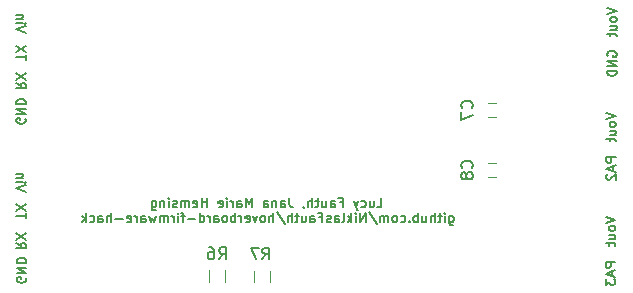
<source format=gbr>
G04 #@! TF.GenerationSoftware,KiCad,Pcbnew,6.0.0-d3dd2cf0fa~116~ubuntu20.04.1*
G04 #@! TF.CreationDate,2022-01-19T00:46:34+01:00*
G04 #@! TF.ProjectId,bobbycar,626f6262-7963-4617-922e-6b696361645f,rev?*
G04 #@! TF.SameCoordinates,Original*
G04 #@! TF.FileFunction,Legend,Bot*
G04 #@! TF.FilePolarity,Positive*
%FSLAX46Y46*%
G04 Gerber Fmt 4.6, Leading zero omitted, Abs format (unit mm)*
G04 Created by KiCad (PCBNEW 6.0.0-d3dd2cf0fa~116~ubuntu20.04.1) date 2022-01-19 00:46:34*
%MOMM*%
%LPD*%
G01*
G04 APERTURE LIST*
%ADD10C,0.150000*%
%ADD11C,0.200000*%
%ADD12C,0.120000*%
G04 APERTURE END LIST*
D10*
X137907380Y-104857571D02*
X137907380Y-105505190D01*
X137945476Y-105581380D01*
X137983571Y-105619476D01*
X138059761Y-105657571D01*
X138174047Y-105657571D01*
X138250238Y-105619476D01*
X137907380Y-105352809D02*
X137983571Y-105390904D01*
X138135952Y-105390904D01*
X138212142Y-105352809D01*
X138250238Y-105314714D01*
X138288333Y-105238523D01*
X138288333Y-105009952D01*
X138250238Y-104933761D01*
X138212142Y-104895666D01*
X138135952Y-104857571D01*
X137983571Y-104857571D01*
X137907380Y-104895666D01*
X137526428Y-105390904D02*
X137526428Y-104857571D01*
X137526428Y-104590904D02*
X137564523Y-104629000D01*
X137526428Y-104667095D01*
X137488333Y-104629000D01*
X137526428Y-104590904D01*
X137526428Y-104667095D01*
X137259761Y-104857571D02*
X136955000Y-104857571D01*
X137145476Y-104590904D02*
X137145476Y-105276619D01*
X137107380Y-105352809D01*
X137031190Y-105390904D01*
X136955000Y-105390904D01*
X136688333Y-105390904D02*
X136688333Y-104590904D01*
X136345476Y-105390904D02*
X136345476Y-104971857D01*
X136383571Y-104895666D01*
X136459761Y-104857571D01*
X136574047Y-104857571D01*
X136650238Y-104895666D01*
X136688333Y-104933761D01*
X135621666Y-104857571D02*
X135621666Y-105390904D01*
X135964523Y-104857571D02*
X135964523Y-105276619D01*
X135926428Y-105352809D01*
X135850238Y-105390904D01*
X135735952Y-105390904D01*
X135659761Y-105352809D01*
X135621666Y-105314714D01*
X135240714Y-105390904D02*
X135240714Y-104590904D01*
X135240714Y-104895666D02*
X135164523Y-104857571D01*
X135012142Y-104857571D01*
X134935952Y-104895666D01*
X134897857Y-104933761D01*
X134859761Y-105009952D01*
X134859761Y-105238523D01*
X134897857Y-105314714D01*
X134935952Y-105352809D01*
X135012142Y-105390904D01*
X135164523Y-105390904D01*
X135240714Y-105352809D01*
X134516904Y-105314714D02*
X134478809Y-105352809D01*
X134516904Y-105390904D01*
X134555000Y-105352809D01*
X134516904Y-105314714D01*
X134516904Y-105390904D01*
X133793095Y-105352809D02*
X133869285Y-105390904D01*
X134021666Y-105390904D01*
X134097857Y-105352809D01*
X134135952Y-105314714D01*
X134174047Y-105238523D01*
X134174047Y-105009952D01*
X134135952Y-104933761D01*
X134097857Y-104895666D01*
X134021666Y-104857571D01*
X133869285Y-104857571D01*
X133793095Y-104895666D01*
X133335952Y-105390904D02*
X133412142Y-105352809D01*
X133450238Y-105314714D01*
X133488333Y-105238523D01*
X133488333Y-105009952D01*
X133450238Y-104933761D01*
X133412142Y-104895666D01*
X133335952Y-104857571D01*
X133221666Y-104857571D01*
X133145476Y-104895666D01*
X133107380Y-104933761D01*
X133069285Y-105009952D01*
X133069285Y-105238523D01*
X133107380Y-105314714D01*
X133145476Y-105352809D01*
X133221666Y-105390904D01*
X133335952Y-105390904D01*
X132726428Y-105390904D02*
X132726428Y-104857571D01*
X132726428Y-104933761D02*
X132688333Y-104895666D01*
X132612142Y-104857571D01*
X132497857Y-104857571D01*
X132421666Y-104895666D01*
X132383571Y-104971857D01*
X132383571Y-105390904D01*
X132383571Y-104971857D02*
X132345476Y-104895666D01*
X132269285Y-104857571D01*
X132155000Y-104857571D01*
X132078809Y-104895666D01*
X132040714Y-104971857D01*
X132040714Y-105390904D01*
X131088333Y-104552809D02*
X131774047Y-105581380D01*
X130821666Y-105390904D02*
X130821666Y-104590904D01*
X130364523Y-105390904D01*
X130364523Y-104590904D01*
X129983571Y-105390904D02*
X129983571Y-104857571D01*
X129983571Y-104590904D02*
X130021666Y-104629000D01*
X129983571Y-104667095D01*
X129945476Y-104629000D01*
X129983571Y-104590904D01*
X129983571Y-104667095D01*
X129602619Y-105390904D02*
X129602619Y-104590904D01*
X129526428Y-105086142D02*
X129297857Y-105390904D01*
X129297857Y-104857571D02*
X129602619Y-105162333D01*
X128840714Y-105390904D02*
X128916904Y-105352809D01*
X128955000Y-105276619D01*
X128955000Y-104590904D01*
X128193095Y-105390904D02*
X128193095Y-104971857D01*
X128231190Y-104895666D01*
X128307380Y-104857571D01*
X128459761Y-104857571D01*
X128535952Y-104895666D01*
X128193095Y-105352809D02*
X128269285Y-105390904D01*
X128459761Y-105390904D01*
X128535952Y-105352809D01*
X128574047Y-105276619D01*
X128574047Y-105200428D01*
X128535952Y-105124238D01*
X128459761Y-105086142D01*
X128269285Y-105086142D01*
X128193095Y-105048047D01*
X127850238Y-105352809D02*
X127774047Y-105390904D01*
X127621666Y-105390904D01*
X127545476Y-105352809D01*
X127507380Y-105276619D01*
X127507380Y-105238523D01*
X127545476Y-105162333D01*
X127621666Y-105124238D01*
X127735952Y-105124238D01*
X127812142Y-105086142D01*
X127850238Y-105009952D01*
X127850238Y-104971857D01*
X127812142Y-104895666D01*
X127735952Y-104857571D01*
X127621666Y-104857571D01*
X127545476Y-104895666D01*
X126897857Y-104971857D02*
X127164523Y-104971857D01*
X127164523Y-105390904D02*
X127164523Y-104590904D01*
X126783571Y-104590904D01*
X126135952Y-105390904D02*
X126135952Y-104971857D01*
X126174047Y-104895666D01*
X126250238Y-104857571D01*
X126402619Y-104857571D01*
X126478809Y-104895666D01*
X126135952Y-105352809D02*
X126212142Y-105390904D01*
X126402619Y-105390904D01*
X126478809Y-105352809D01*
X126516904Y-105276619D01*
X126516904Y-105200428D01*
X126478809Y-105124238D01*
X126402619Y-105086142D01*
X126212142Y-105086142D01*
X126135952Y-105048047D01*
X125412142Y-104857571D02*
X125412142Y-105390904D01*
X125755000Y-104857571D02*
X125755000Y-105276619D01*
X125716904Y-105352809D01*
X125640714Y-105390904D01*
X125526428Y-105390904D01*
X125450238Y-105352809D01*
X125412142Y-105314714D01*
X125145476Y-104857571D02*
X124840714Y-104857571D01*
X125031190Y-104590904D02*
X125031190Y-105276619D01*
X124993095Y-105352809D01*
X124916904Y-105390904D01*
X124840714Y-105390904D01*
X124574047Y-105390904D02*
X124574047Y-104590904D01*
X124231190Y-105390904D02*
X124231190Y-104971857D01*
X124269285Y-104895666D01*
X124345476Y-104857571D01*
X124459761Y-104857571D01*
X124535952Y-104895666D01*
X124574047Y-104933761D01*
X123278809Y-104552809D02*
X123964523Y-105581380D01*
X123012142Y-105390904D02*
X123012142Y-104590904D01*
X122669285Y-105390904D02*
X122669285Y-104971857D01*
X122707380Y-104895666D01*
X122783571Y-104857571D01*
X122897857Y-104857571D01*
X122974047Y-104895666D01*
X123012142Y-104933761D01*
X122174047Y-105390904D02*
X122250238Y-105352809D01*
X122288333Y-105314714D01*
X122326428Y-105238523D01*
X122326428Y-105009952D01*
X122288333Y-104933761D01*
X122250238Y-104895666D01*
X122174047Y-104857571D01*
X122059761Y-104857571D01*
X121983571Y-104895666D01*
X121945476Y-104933761D01*
X121907380Y-105009952D01*
X121907380Y-105238523D01*
X121945476Y-105314714D01*
X121983571Y-105352809D01*
X122059761Y-105390904D01*
X122174047Y-105390904D01*
X121640714Y-104857571D02*
X121450238Y-105390904D01*
X121259761Y-104857571D01*
X120650238Y-105352809D02*
X120726428Y-105390904D01*
X120878809Y-105390904D01*
X120955000Y-105352809D01*
X120993095Y-105276619D01*
X120993095Y-104971857D01*
X120955000Y-104895666D01*
X120878809Y-104857571D01*
X120726428Y-104857571D01*
X120650238Y-104895666D01*
X120612142Y-104971857D01*
X120612142Y-105048047D01*
X120993095Y-105124238D01*
X120269285Y-105390904D02*
X120269285Y-104857571D01*
X120269285Y-105009952D02*
X120231190Y-104933761D01*
X120193095Y-104895666D01*
X120116904Y-104857571D01*
X120040714Y-104857571D01*
X119774047Y-105390904D02*
X119774047Y-104590904D01*
X119774047Y-104895666D02*
X119697857Y-104857571D01*
X119545476Y-104857571D01*
X119469285Y-104895666D01*
X119431190Y-104933761D01*
X119393095Y-105009952D01*
X119393095Y-105238523D01*
X119431190Y-105314714D01*
X119469285Y-105352809D01*
X119545476Y-105390904D01*
X119697857Y-105390904D01*
X119774047Y-105352809D01*
X118935952Y-105390904D02*
X119012142Y-105352809D01*
X119050238Y-105314714D01*
X119088333Y-105238523D01*
X119088333Y-105009952D01*
X119050238Y-104933761D01*
X119012142Y-104895666D01*
X118935952Y-104857571D01*
X118821666Y-104857571D01*
X118745476Y-104895666D01*
X118707380Y-104933761D01*
X118669285Y-105009952D01*
X118669285Y-105238523D01*
X118707380Y-105314714D01*
X118745476Y-105352809D01*
X118821666Y-105390904D01*
X118935952Y-105390904D01*
X117983571Y-105390904D02*
X117983571Y-104971857D01*
X118021666Y-104895666D01*
X118097857Y-104857571D01*
X118250238Y-104857571D01*
X118326428Y-104895666D01*
X117983571Y-105352809D02*
X118059761Y-105390904D01*
X118250238Y-105390904D01*
X118326428Y-105352809D01*
X118364523Y-105276619D01*
X118364523Y-105200428D01*
X118326428Y-105124238D01*
X118250238Y-105086142D01*
X118059761Y-105086142D01*
X117983571Y-105048047D01*
X117602619Y-105390904D02*
X117602619Y-104857571D01*
X117602619Y-105009952D02*
X117564523Y-104933761D01*
X117526428Y-104895666D01*
X117450238Y-104857571D01*
X117374047Y-104857571D01*
X116764523Y-105390904D02*
X116764523Y-104590904D01*
X116764523Y-105352809D02*
X116840714Y-105390904D01*
X116993095Y-105390904D01*
X117069285Y-105352809D01*
X117107380Y-105314714D01*
X117145476Y-105238523D01*
X117145476Y-105009952D01*
X117107380Y-104933761D01*
X117069285Y-104895666D01*
X116993095Y-104857571D01*
X116840714Y-104857571D01*
X116764523Y-104895666D01*
X116383571Y-105086142D02*
X115774047Y-105086142D01*
X115507380Y-104857571D02*
X115202619Y-104857571D01*
X115393095Y-105390904D02*
X115393095Y-104705190D01*
X115355000Y-104629000D01*
X115278809Y-104590904D01*
X115202619Y-104590904D01*
X114935952Y-105390904D02*
X114935952Y-104857571D01*
X114935952Y-104590904D02*
X114974047Y-104629000D01*
X114935952Y-104667095D01*
X114897857Y-104629000D01*
X114935952Y-104590904D01*
X114935952Y-104667095D01*
X114555000Y-105390904D02*
X114555000Y-104857571D01*
X114555000Y-105009952D02*
X114516904Y-104933761D01*
X114478809Y-104895666D01*
X114402619Y-104857571D01*
X114326428Y-104857571D01*
X114059761Y-105390904D02*
X114059761Y-104857571D01*
X114059761Y-104933761D02*
X114021666Y-104895666D01*
X113945476Y-104857571D01*
X113831190Y-104857571D01*
X113755000Y-104895666D01*
X113716904Y-104971857D01*
X113716904Y-105390904D01*
X113716904Y-104971857D02*
X113678809Y-104895666D01*
X113602619Y-104857571D01*
X113488333Y-104857571D01*
X113412142Y-104895666D01*
X113374047Y-104971857D01*
X113374047Y-105390904D01*
X113069285Y-104857571D02*
X112916904Y-105390904D01*
X112764523Y-105009952D01*
X112612142Y-105390904D01*
X112459761Y-104857571D01*
X111812142Y-105390904D02*
X111812142Y-104971857D01*
X111850238Y-104895666D01*
X111926428Y-104857571D01*
X112078809Y-104857571D01*
X112155000Y-104895666D01*
X111812142Y-105352809D02*
X111888333Y-105390904D01*
X112078809Y-105390904D01*
X112155000Y-105352809D01*
X112193095Y-105276619D01*
X112193095Y-105200428D01*
X112155000Y-105124238D01*
X112078809Y-105086142D01*
X111888333Y-105086142D01*
X111812142Y-105048047D01*
X111431190Y-105390904D02*
X111431190Y-104857571D01*
X111431190Y-105009952D02*
X111393095Y-104933761D01*
X111355000Y-104895666D01*
X111278809Y-104857571D01*
X111202619Y-104857571D01*
X110631190Y-105352809D02*
X110707380Y-105390904D01*
X110859761Y-105390904D01*
X110935952Y-105352809D01*
X110974047Y-105276619D01*
X110974047Y-104971857D01*
X110935952Y-104895666D01*
X110859761Y-104857571D01*
X110707380Y-104857571D01*
X110631190Y-104895666D01*
X110593095Y-104971857D01*
X110593095Y-105048047D01*
X110974047Y-105124238D01*
X110250238Y-105086142D02*
X109640714Y-105086142D01*
X109259761Y-105390904D02*
X109259761Y-104590904D01*
X108916904Y-105390904D02*
X108916904Y-104971857D01*
X108955000Y-104895666D01*
X109031190Y-104857571D01*
X109145476Y-104857571D01*
X109221666Y-104895666D01*
X109259761Y-104933761D01*
X108193095Y-105390904D02*
X108193095Y-104971857D01*
X108231190Y-104895666D01*
X108307380Y-104857571D01*
X108459761Y-104857571D01*
X108535952Y-104895666D01*
X108193095Y-105352809D02*
X108269285Y-105390904D01*
X108459761Y-105390904D01*
X108535952Y-105352809D01*
X108574047Y-105276619D01*
X108574047Y-105200428D01*
X108535952Y-105124238D01*
X108459761Y-105086142D01*
X108269285Y-105086142D01*
X108193095Y-105048047D01*
X107469285Y-105352809D02*
X107545476Y-105390904D01*
X107697857Y-105390904D01*
X107774047Y-105352809D01*
X107812142Y-105314714D01*
X107850238Y-105238523D01*
X107850238Y-105009952D01*
X107812142Y-104933761D01*
X107774047Y-104895666D01*
X107697857Y-104857571D01*
X107545476Y-104857571D01*
X107469285Y-104895666D01*
X107126428Y-105390904D02*
X107126428Y-104590904D01*
X107050238Y-105086142D02*
X106821666Y-105390904D01*
X106821666Y-104857571D02*
X107126428Y-105162333D01*
X131780380Y-104120904D02*
X132161333Y-104120904D01*
X132161333Y-103320904D01*
X131170857Y-103587571D02*
X131170857Y-104120904D01*
X131513714Y-103587571D02*
X131513714Y-104006619D01*
X131475619Y-104082809D01*
X131399428Y-104120904D01*
X131285142Y-104120904D01*
X131208952Y-104082809D01*
X131170857Y-104044714D01*
X130447047Y-104082809D02*
X130523238Y-104120904D01*
X130675619Y-104120904D01*
X130751809Y-104082809D01*
X130789904Y-104044714D01*
X130828000Y-103968523D01*
X130828000Y-103739952D01*
X130789904Y-103663761D01*
X130751809Y-103625666D01*
X130675619Y-103587571D01*
X130523238Y-103587571D01*
X130447047Y-103625666D01*
X130180380Y-103587571D02*
X129989904Y-104120904D01*
X129799428Y-103587571D02*
X129989904Y-104120904D01*
X130066095Y-104311380D01*
X130104190Y-104349476D01*
X130180380Y-104387571D01*
X128618476Y-103701857D02*
X128885142Y-103701857D01*
X128885142Y-104120904D02*
X128885142Y-103320904D01*
X128504190Y-103320904D01*
X127856571Y-104120904D02*
X127856571Y-103701857D01*
X127894666Y-103625666D01*
X127970857Y-103587571D01*
X128123238Y-103587571D01*
X128199428Y-103625666D01*
X127856571Y-104082809D02*
X127932761Y-104120904D01*
X128123238Y-104120904D01*
X128199428Y-104082809D01*
X128237523Y-104006619D01*
X128237523Y-103930428D01*
X128199428Y-103854238D01*
X128123238Y-103816142D01*
X127932761Y-103816142D01*
X127856571Y-103778047D01*
X127132761Y-103587571D02*
X127132761Y-104120904D01*
X127475619Y-103587571D02*
X127475619Y-104006619D01*
X127437523Y-104082809D01*
X127361333Y-104120904D01*
X127247047Y-104120904D01*
X127170857Y-104082809D01*
X127132761Y-104044714D01*
X126866095Y-103587571D02*
X126561333Y-103587571D01*
X126751809Y-103320904D02*
X126751809Y-104006619D01*
X126713714Y-104082809D01*
X126637523Y-104120904D01*
X126561333Y-104120904D01*
X126294666Y-104120904D02*
X126294666Y-103320904D01*
X125951809Y-104120904D02*
X125951809Y-103701857D01*
X125989904Y-103625666D01*
X126066095Y-103587571D01*
X126180380Y-103587571D01*
X126256571Y-103625666D01*
X126294666Y-103663761D01*
X125532761Y-104082809D02*
X125532761Y-104120904D01*
X125570857Y-104197095D01*
X125608952Y-104235190D01*
X124351809Y-103320904D02*
X124351809Y-103892333D01*
X124389904Y-104006619D01*
X124466095Y-104082809D01*
X124580380Y-104120904D01*
X124656571Y-104120904D01*
X123628000Y-104120904D02*
X123628000Y-103701857D01*
X123666095Y-103625666D01*
X123742285Y-103587571D01*
X123894666Y-103587571D01*
X123970857Y-103625666D01*
X123628000Y-104082809D02*
X123704190Y-104120904D01*
X123894666Y-104120904D01*
X123970857Y-104082809D01*
X124008952Y-104006619D01*
X124008952Y-103930428D01*
X123970857Y-103854238D01*
X123894666Y-103816142D01*
X123704190Y-103816142D01*
X123628000Y-103778047D01*
X123247047Y-103587571D02*
X123247047Y-104120904D01*
X123247047Y-103663761D02*
X123208952Y-103625666D01*
X123132761Y-103587571D01*
X123018476Y-103587571D01*
X122942285Y-103625666D01*
X122904190Y-103701857D01*
X122904190Y-104120904D01*
X122180380Y-104120904D02*
X122180380Y-103701857D01*
X122218476Y-103625666D01*
X122294666Y-103587571D01*
X122447047Y-103587571D01*
X122523238Y-103625666D01*
X122180380Y-104082809D02*
X122256571Y-104120904D01*
X122447047Y-104120904D01*
X122523238Y-104082809D01*
X122561333Y-104006619D01*
X122561333Y-103930428D01*
X122523238Y-103854238D01*
X122447047Y-103816142D01*
X122256571Y-103816142D01*
X122180380Y-103778047D01*
X121189904Y-104120904D02*
X121189904Y-103320904D01*
X120923238Y-103892333D01*
X120656571Y-103320904D01*
X120656571Y-104120904D01*
X119932761Y-104120904D02*
X119932761Y-103701857D01*
X119970857Y-103625666D01*
X120047047Y-103587571D01*
X120199428Y-103587571D01*
X120275619Y-103625666D01*
X119932761Y-104082809D02*
X120008952Y-104120904D01*
X120199428Y-104120904D01*
X120275619Y-104082809D01*
X120313714Y-104006619D01*
X120313714Y-103930428D01*
X120275619Y-103854238D01*
X120199428Y-103816142D01*
X120008952Y-103816142D01*
X119932761Y-103778047D01*
X119551809Y-104120904D02*
X119551809Y-103587571D01*
X119551809Y-103739952D02*
X119513714Y-103663761D01*
X119475619Y-103625666D01*
X119399428Y-103587571D01*
X119323238Y-103587571D01*
X119056571Y-104120904D02*
X119056571Y-103587571D01*
X119056571Y-103320904D02*
X119094666Y-103359000D01*
X119056571Y-103397095D01*
X119018476Y-103359000D01*
X119056571Y-103320904D01*
X119056571Y-103397095D01*
X118370857Y-104082809D02*
X118447047Y-104120904D01*
X118599428Y-104120904D01*
X118675619Y-104082809D01*
X118713714Y-104006619D01*
X118713714Y-103701857D01*
X118675619Y-103625666D01*
X118599428Y-103587571D01*
X118447047Y-103587571D01*
X118370857Y-103625666D01*
X118332761Y-103701857D01*
X118332761Y-103778047D01*
X118713714Y-103854238D01*
X117380380Y-104120904D02*
X117380380Y-103320904D01*
X117380380Y-103701857D02*
X116923238Y-103701857D01*
X116923238Y-104120904D02*
X116923238Y-103320904D01*
X116237523Y-104082809D02*
X116313714Y-104120904D01*
X116466095Y-104120904D01*
X116542285Y-104082809D01*
X116580380Y-104006619D01*
X116580380Y-103701857D01*
X116542285Y-103625666D01*
X116466095Y-103587571D01*
X116313714Y-103587571D01*
X116237523Y-103625666D01*
X116199428Y-103701857D01*
X116199428Y-103778047D01*
X116580380Y-103854238D01*
X115856571Y-104120904D02*
X115856571Y-103587571D01*
X115856571Y-103663761D02*
X115818476Y-103625666D01*
X115742285Y-103587571D01*
X115628000Y-103587571D01*
X115551809Y-103625666D01*
X115513714Y-103701857D01*
X115513714Y-104120904D01*
X115513714Y-103701857D02*
X115475619Y-103625666D01*
X115399428Y-103587571D01*
X115285142Y-103587571D01*
X115208952Y-103625666D01*
X115170857Y-103701857D01*
X115170857Y-104120904D01*
X114828000Y-104082809D02*
X114751809Y-104120904D01*
X114599428Y-104120904D01*
X114523238Y-104082809D01*
X114485142Y-104006619D01*
X114485142Y-103968523D01*
X114523238Y-103892333D01*
X114599428Y-103854238D01*
X114713714Y-103854238D01*
X114789904Y-103816142D01*
X114828000Y-103739952D01*
X114828000Y-103701857D01*
X114789904Y-103625666D01*
X114713714Y-103587571D01*
X114599428Y-103587571D01*
X114523238Y-103625666D01*
X114142285Y-104120904D02*
X114142285Y-103587571D01*
X114142285Y-103320904D02*
X114180380Y-103359000D01*
X114142285Y-103397095D01*
X114104190Y-103359000D01*
X114142285Y-103320904D01*
X114142285Y-103397095D01*
X113761333Y-103587571D02*
X113761333Y-104120904D01*
X113761333Y-103663761D02*
X113723238Y-103625666D01*
X113647047Y-103587571D01*
X113532761Y-103587571D01*
X113456571Y-103625666D01*
X113418476Y-103701857D01*
X113418476Y-104120904D01*
X112694666Y-103587571D02*
X112694666Y-104235190D01*
X112732761Y-104311380D01*
X112770857Y-104349476D01*
X112847047Y-104387571D01*
X112961333Y-104387571D01*
X113037523Y-104349476D01*
X112694666Y-104082809D02*
X112770857Y-104120904D01*
X112923238Y-104120904D01*
X112999428Y-104082809D01*
X113037523Y-104044714D01*
X113075619Y-103968523D01*
X113075619Y-103739952D01*
X113037523Y-103663761D01*
X112999428Y-103625666D01*
X112923238Y-103587571D01*
X112770857Y-103587571D01*
X112694666Y-103625666D01*
D11*
X151936404Y-108794666D02*
X151136404Y-108794666D01*
X151136404Y-109099428D01*
X151174500Y-109175619D01*
X151212595Y-109213714D01*
X151288785Y-109251809D01*
X151403071Y-109251809D01*
X151479261Y-109213714D01*
X151517357Y-109175619D01*
X151555452Y-109099428D01*
X151555452Y-108794666D01*
X151707833Y-109556571D02*
X151707833Y-109937523D01*
X151936404Y-109480380D02*
X151136404Y-109747047D01*
X151936404Y-110013714D01*
X151136404Y-110204190D02*
X151136404Y-110699428D01*
X151441166Y-110432761D01*
X151441166Y-110547047D01*
X151479261Y-110623238D01*
X151517357Y-110661333D01*
X151593547Y-110699428D01*
X151784023Y-110699428D01*
X151860214Y-110661333D01*
X151898309Y-110623238D01*
X151936404Y-110547047D01*
X151936404Y-110318476D01*
X151898309Y-110242285D01*
X151860214Y-110204190D01*
X151999904Y-99904666D02*
X151199904Y-99904666D01*
X151199904Y-100209428D01*
X151238000Y-100285619D01*
X151276095Y-100323714D01*
X151352285Y-100361809D01*
X151466571Y-100361809D01*
X151542761Y-100323714D01*
X151580857Y-100285619D01*
X151618952Y-100209428D01*
X151618952Y-99904666D01*
X151771333Y-100666571D02*
X151771333Y-101047523D01*
X151999904Y-100590380D02*
X151199904Y-100857047D01*
X151999904Y-101123714D01*
X151276095Y-101352285D02*
X151238000Y-101390380D01*
X151199904Y-101466571D01*
X151199904Y-101657047D01*
X151238000Y-101733238D01*
X151276095Y-101771333D01*
X151352285Y-101809428D01*
X151428476Y-101809428D01*
X151542761Y-101771333D01*
X151999904Y-101314190D01*
X151999904Y-101809428D01*
X101238095Y-107130833D02*
X101619047Y-107397500D01*
X101238095Y-107587976D02*
X102038095Y-107587976D01*
X102038095Y-107283214D01*
X102000000Y-107207023D01*
X101961904Y-107168928D01*
X101885714Y-107130833D01*
X101771428Y-107130833D01*
X101695238Y-107168928D01*
X101657142Y-107207023D01*
X101619047Y-107283214D01*
X101619047Y-107587976D01*
X102038095Y-106864166D02*
X101238095Y-106330833D01*
X102038095Y-106330833D02*
X101238095Y-106864166D01*
X102038095Y-105067023D02*
X102038095Y-104609880D01*
X101238095Y-104838452D02*
X102038095Y-104838452D01*
X102038095Y-104419404D02*
X101238095Y-103886071D01*
X102038095Y-103886071D02*
X101238095Y-104419404D01*
X101238095Y-93605333D02*
X101619047Y-93872000D01*
X101238095Y-94062476D02*
X102038095Y-94062476D01*
X102038095Y-93757714D01*
X102000000Y-93681523D01*
X101961904Y-93643428D01*
X101885714Y-93605333D01*
X101771428Y-93605333D01*
X101695238Y-93643428D01*
X101657142Y-93681523D01*
X101619047Y-93757714D01*
X101619047Y-94062476D01*
X102038095Y-93338666D02*
X101238095Y-92805333D01*
X102038095Y-92805333D02*
X101238095Y-93338666D01*
X102038095Y-91668523D02*
X102038095Y-91211380D01*
X101238095Y-91439952D02*
X102038095Y-91439952D01*
X102038095Y-91020904D02*
X101238095Y-90487571D01*
X102038095Y-90487571D02*
X101238095Y-91020904D01*
X151136404Y-104952952D02*
X151936404Y-105219619D01*
X151136404Y-105486285D01*
X151936404Y-105867238D02*
X151898309Y-105791047D01*
X151860214Y-105752952D01*
X151784023Y-105714857D01*
X151555452Y-105714857D01*
X151479261Y-105752952D01*
X151441166Y-105791047D01*
X151403071Y-105867238D01*
X151403071Y-105981523D01*
X151441166Y-106057714D01*
X151479261Y-106095809D01*
X151555452Y-106133904D01*
X151784023Y-106133904D01*
X151860214Y-106095809D01*
X151898309Y-106057714D01*
X151936404Y-105981523D01*
X151936404Y-105867238D01*
X151403071Y-106819619D02*
X151936404Y-106819619D01*
X151403071Y-106476761D02*
X151822119Y-106476761D01*
X151898309Y-106514857D01*
X151936404Y-106591047D01*
X151936404Y-106705333D01*
X151898309Y-106781523D01*
X151860214Y-106819619D01*
X151403071Y-107086285D02*
X151403071Y-107391047D01*
X151136404Y-107200571D02*
X151822119Y-107200571D01*
X151898309Y-107238666D01*
X151936404Y-107314857D01*
X151936404Y-107391047D01*
X151199904Y-96126452D02*
X151999904Y-96393119D01*
X151199904Y-96659785D01*
X151999904Y-97040738D02*
X151961809Y-96964547D01*
X151923714Y-96926452D01*
X151847523Y-96888357D01*
X151618952Y-96888357D01*
X151542761Y-96926452D01*
X151504666Y-96964547D01*
X151466571Y-97040738D01*
X151466571Y-97155023D01*
X151504666Y-97231214D01*
X151542761Y-97269309D01*
X151618952Y-97307404D01*
X151847523Y-97307404D01*
X151923714Y-97269309D01*
X151961809Y-97231214D01*
X151999904Y-97155023D01*
X151999904Y-97040738D01*
X151466571Y-97993119D02*
X151999904Y-97993119D01*
X151466571Y-97650261D02*
X151885619Y-97650261D01*
X151961809Y-97688357D01*
X151999904Y-97764547D01*
X151999904Y-97878833D01*
X151961809Y-97955023D01*
X151923714Y-97993119D01*
X151466571Y-98259785D02*
X151466571Y-98564547D01*
X151199904Y-98374071D02*
X151885619Y-98374071D01*
X151961809Y-98412166D01*
X151999904Y-98488357D01*
X151999904Y-98564547D01*
X151263404Y-87236452D02*
X152063404Y-87503119D01*
X151263404Y-87769785D01*
X152063404Y-88150738D02*
X152025309Y-88074547D01*
X151987214Y-88036452D01*
X151911023Y-87998357D01*
X151682452Y-87998357D01*
X151606261Y-88036452D01*
X151568166Y-88074547D01*
X151530071Y-88150738D01*
X151530071Y-88265023D01*
X151568166Y-88341214D01*
X151606261Y-88379309D01*
X151682452Y-88417404D01*
X151911023Y-88417404D01*
X151987214Y-88379309D01*
X152025309Y-88341214D01*
X152063404Y-88265023D01*
X152063404Y-88150738D01*
X151530071Y-89103119D02*
X152063404Y-89103119D01*
X151530071Y-88760261D02*
X151949119Y-88760261D01*
X152025309Y-88798357D01*
X152063404Y-88874547D01*
X152063404Y-88988833D01*
X152025309Y-89065023D01*
X151987214Y-89103119D01*
X151530071Y-89369785D02*
X151530071Y-89674547D01*
X151263404Y-89484071D02*
X151949119Y-89484071D01*
X152025309Y-89522166D01*
X152063404Y-89598357D01*
X152063404Y-89674547D01*
X151301500Y-91338476D02*
X151263404Y-91262285D01*
X151263404Y-91148000D01*
X151301500Y-91033714D01*
X151377690Y-90957523D01*
X151453880Y-90919428D01*
X151606261Y-90881333D01*
X151720547Y-90881333D01*
X151872928Y-90919428D01*
X151949119Y-90957523D01*
X152025309Y-91033714D01*
X152063404Y-91148000D01*
X152063404Y-91224190D01*
X152025309Y-91338476D01*
X151987214Y-91376571D01*
X151720547Y-91376571D01*
X151720547Y-91224190D01*
X152063404Y-91719428D02*
X151263404Y-91719428D01*
X152063404Y-92176571D01*
X151263404Y-92176571D01*
X152063404Y-92557523D02*
X151263404Y-92557523D01*
X151263404Y-92748000D01*
X151301500Y-92862285D01*
X151377690Y-92938476D01*
X151453880Y-92976571D01*
X151606261Y-93014666D01*
X151720547Y-93014666D01*
X151872928Y-92976571D01*
X151949119Y-92938476D01*
X152025309Y-92862285D01*
X152063404Y-92748000D01*
X152063404Y-92557523D01*
X102000000Y-96621523D02*
X102038095Y-96697714D01*
X102038095Y-96812000D01*
X102000000Y-96926285D01*
X101923809Y-97002476D01*
X101847619Y-97040571D01*
X101695238Y-97078666D01*
X101580952Y-97078666D01*
X101428571Y-97040571D01*
X101352380Y-97002476D01*
X101276190Y-96926285D01*
X101238095Y-96812000D01*
X101238095Y-96735809D01*
X101276190Y-96621523D01*
X101314285Y-96583428D01*
X101580952Y-96583428D01*
X101580952Y-96735809D01*
X101238095Y-96240571D02*
X102038095Y-96240571D01*
X101238095Y-95783428D01*
X102038095Y-95783428D01*
X101238095Y-95402476D02*
X102038095Y-95402476D01*
X102038095Y-95212000D01*
X102000000Y-95097714D01*
X101923809Y-95021523D01*
X101847619Y-94983428D01*
X101695238Y-94945333D01*
X101580952Y-94945333D01*
X101428571Y-94983428D01*
X101352380Y-95021523D01*
X101276190Y-95097714D01*
X101238095Y-95212000D01*
X101238095Y-95402476D01*
X102063500Y-110083523D02*
X102101595Y-110159714D01*
X102101595Y-110274000D01*
X102063500Y-110388285D01*
X101987309Y-110464476D01*
X101911119Y-110502571D01*
X101758738Y-110540666D01*
X101644452Y-110540666D01*
X101492071Y-110502571D01*
X101415880Y-110464476D01*
X101339690Y-110388285D01*
X101301595Y-110274000D01*
X101301595Y-110197809D01*
X101339690Y-110083523D01*
X101377785Y-110045428D01*
X101644452Y-110045428D01*
X101644452Y-110197809D01*
X101301595Y-109702571D02*
X102101595Y-109702571D01*
X101301595Y-109245428D01*
X102101595Y-109245428D01*
X101301595Y-108864476D02*
X102101595Y-108864476D01*
X102101595Y-108674000D01*
X102063500Y-108559714D01*
X101987309Y-108483523D01*
X101911119Y-108445428D01*
X101758738Y-108407333D01*
X101644452Y-108407333D01*
X101492071Y-108445428D01*
X101415880Y-108483523D01*
X101339690Y-108559714D01*
X101301595Y-108674000D01*
X101301595Y-108864476D01*
X102038095Y-89338047D02*
X101238095Y-89071380D01*
X102038095Y-88804714D01*
X101238095Y-88538047D02*
X101771428Y-88538047D01*
X102038095Y-88538047D02*
X102000000Y-88576142D01*
X101961904Y-88538047D01*
X102000000Y-88499952D01*
X102038095Y-88538047D01*
X101961904Y-88538047D01*
X101771428Y-88157095D02*
X101238095Y-88157095D01*
X101695238Y-88157095D02*
X101733333Y-88119000D01*
X101771428Y-88042809D01*
X101771428Y-87928523D01*
X101733333Y-87852333D01*
X101657142Y-87814238D01*
X101238095Y-87814238D01*
X102038095Y-102800047D02*
X101238095Y-102533380D01*
X102038095Y-102266714D01*
X101238095Y-102000047D02*
X101771428Y-102000047D01*
X102038095Y-102000047D02*
X102000000Y-102038142D01*
X101961904Y-102000047D01*
X102000000Y-101961952D01*
X102038095Y-102000047D01*
X101961904Y-102000047D01*
X101771428Y-101619095D02*
X101238095Y-101619095D01*
X101695238Y-101619095D02*
X101733333Y-101581000D01*
X101771428Y-101504809D01*
X101771428Y-101390523D01*
X101733333Y-101314333D01*
X101657142Y-101276238D01*
X101238095Y-101276238D01*
D10*
X122086666Y-108553380D02*
X122420000Y-108077190D01*
X122658095Y-108553380D02*
X122658095Y-107553380D01*
X122277142Y-107553380D01*
X122181904Y-107601000D01*
X122134285Y-107648619D01*
X122086666Y-107743857D01*
X122086666Y-107886714D01*
X122134285Y-107981952D01*
X122181904Y-108029571D01*
X122277142Y-108077190D01*
X122658095Y-108077190D01*
X121753333Y-107553380D02*
X121086666Y-107553380D01*
X121515238Y-108553380D01*
X118403666Y-108529380D02*
X118737000Y-108053190D01*
X118975095Y-108529380D02*
X118975095Y-107529380D01*
X118594142Y-107529380D01*
X118498904Y-107577000D01*
X118451285Y-107624619D01*
X118403666Y-107719857D01*
X118403666Y-107862714D01*
X118451285Y-107957952D01*
X118498904Y-108005571D01*
X118594142Y-108053190D01*
X118975095Y-108053190D01*
X117546523Y-107529380D02*
X117737000Y-107529380D01*
X117832238Y-107577000D01*
X117879857Y-107624619D01*
X117975095Y-107767476D01*
X118022714Y-107957952D01*
X118022714Y-108338904D01*
X117975095Y-108434142D01*
X117927476Y-108481761D01*
X117832238Y-108529380D01*
X117641761Y-108529380D01*
X117546523Y-108481761D01*
X117498904Y-108434142D01*
X117451285Y-108338904D01*
X117451285Y-108100809D01*
X117498904Y-108005571D01*
X117546523Y-107957952D01*
X117641761Y-107910333D01*
X117832238Y-107910333D01*
X117927476Y-107957952D01*
X117975095Y-108005571D01*
X118022714Y-108100809D01*
X139815142Y-95718333D02*
X139862761Y-95670714D01*
X139910380Y-95527857D01*
X139910380Y-95432619D01*
X139862761Y-95289761D01*
X139767523Y-95194523D01*
X139672285Y-95146904D01*
X139481809Y-95099285D01*
X139338952Y-95099285D01*
X139148476Y-95146904D01*
X139053238Y-95194523D01*
X138958000Y-95289761D01*
X138910380Y-95432619D01*
X138910380Y-95527857D01*
X138958000Y-95670714D01*
X139005619Y-95718333D01*
X138910380Y-96051666D02*
X138910380Y-96718333D01*
X139910380Y-96289761D01*
X139815142Y-100798333D02*
X139862761Y-100750714D01*
X139910380Y-100607857D01*
X139910380Y-100512619D01*
X139862761Y-100369761D01*
X139767523Y-100274523D01*
X139672285Y-100226904D01*
X139481809Y-100179285D01*
X139338952Y-100179285D01*
X139148476Y-100226904D01*
X139053238Y-100274523D01*
X138958000Y-100369761D01*
X138910380Y-100512619D01*
X138910380Y-100607857D01*
X138958000Y-100750714D01*
X139005619Y-100798333D01*
X139338952Y-101369761D02*
X139291333Y-101274523D01*
X139243714Y-101226904D01*
X139148476Y-101179285D01*
X139100857Y-101179285D01*
X139005619Y-101226904D01*
X138958000Y-101274523D01*
X138910380Y-101369761D01*
X138910380Y-101560238D01*
X138958000Y-101655476D01*
X139005619Y-101703095D01*
X139100857Y-101750714D01*
X139148476Y-101750714D01*
X139243714Y-101703095D01*
X139291333Y-101655476D01*
X139338952Y-101560238D01*
X139338952Y-101369761D01*
X139386571Y-101274523D01*
X139434190Y-101226904D01*
X139529428Y-101179285D01*
X139719904Y-101179285D01*
X139815142Y-101226904D01*
X139862761Y-101274523D01*
X139910380Y-101369761D01*
X139910380Y-101560238D01*
X139862761Y-101655476D01*
X139815142Y-101703095D01*
X139719904Y-101750714D01*
X139529428Y-101750714D01*
X139434190Y-101703095D01*
X139386571Y-101655476D01*
X139338952Y-101560238D01*
D12*
X121367000Y-109494000D02*
X121367000Y-110494000D01*
X122727000Y-110494000D02*
X122727000Y-109494000D01*
X117557000Y-109470000D02*
X117557000Y-110470000D01*
X118917000Y-110470000D02*
X118917000Y-109470000D01*
X141140000Y-96485000D02*
X141840000Y-96485000D01*
X141840000Y-95285000D02*
X141140000Y-95285000D01*
X141140000Y-101565000D02*
X141840000Y-101565000D01*
X141840000Y-100365000D02*
X141140000Y-100365000D01*
M02*

</source>
